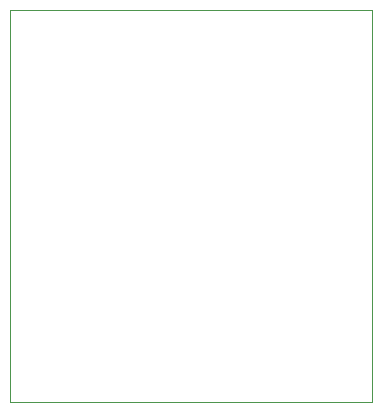
<source format=gbr>
%TF.GenerationSoftware,KiCad,Pcbnew,7.0.8*%
%TF.CreationDate,2024-07-27T19:07:12+04:00*%
%TF.ProjectId,neopixel_eliot_hat,6e656f70-6978-4656-9c5f-656c696f745f,rev?*%
%TF.SameCoordinates,Original*%
%TF.FileFunction,Profile,NP*%
%FSLAX46Y46*%
G04 Gerber Fmt 4.6, Leading zero omitted, Abs format (unit mm)*
G04 Created by KiCad (PCBNEW 7.0.8) date 2024-07-27 19:07:12*
%MOMM*%
%LPD*%
G01*
G04 APERTURE LIST*
%TA.AperFunction,Profile*%
%ADD10C,0.100000*%
%TD*%
G04 APERTURE END LIST*
D10*
X88885500Y-52494500D02*
X119585500Y-52494500D01*
X119585500Y-85644500D02*
X88885500Y-85644500D01*
X119585500Y-52494500D02*
X119585500Y-85644500D01*
X88885500Y-85644500D02*
X88885500Y-52494500D01*
M02*

</source>
